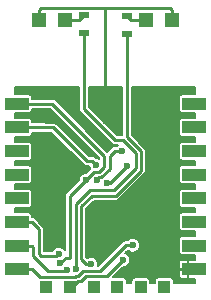
<source format=gbl>
%TF.GenerationSoftware,KiCad,Pcbnew,4.0.6*%
%TF.CreationDate,2017-07-19T01:35:51+03:00*%
%TF.ProjectId,esp12_atmega_addon,65737031325F61746D6567615F616464,rev?*%
%TF.FileFunction,Copper,L2,Bot,Signal*%
%FSLAX46Y46*%
G04 Gerber Fmt 4.6, Leading zero omitted, Abs format (unit mm)*
G04 Created by KiCad (PCBNEW 4.0.6) date 07/19/17 01:35:51*
%MOMM*%
%LPD*%
G01*
G04 APERTURE LIST*
%ADD10C,0.100000*%
%ADD11R,1.000000X1.000000*%
%ADD12R,1.200000X1.200000*%
%ADD13R,0.900000X0.500000*%
%ADD14C,0.600000*%
%ADD15C,0.250000*%
%ADD16C,0.200000*%
G04 APERTURE END LIST*
D10*
D11*
X-17498900Y-9503600D03*
X-17498900Y-11503600D03*
X-16498900Y-11503600D03*
X-17498900Y-13503600D03*
X-17498900Y-15503600D03*
X-17498900Y-17503600D03*
X-17498900Y-19503600D03*
X-17498900Y-21503600D03*
X-17498900Y-23503600D03*
X-16498900Y-13503600D03*
X-16498900Y-15503600D03*
X-16498900Y-17503600D03*
X-16498900Y-19503600D03*
X-16498900Y-21503600D03*
X-16498900Y-23503600D03*
X-16498900Y-9503600D03*
X-14498900Y-25003600D03*
X-12498900Y-25003600D03*
X-10498900Y-25003600D03*
X-8498900Y-25003600D03*
X-6498900Y-25003600D03*
X-4498900Y-25003600D03*
X-1498900Y-23503600D03*
X-1498900Y-21503600D03*
X-1498900Y-19503600D03*
X-1498900Y-17503600D03*
X-1498900Y-15503600D03*
X-1498900Y-13503600D03*
X-1498900Y-11503600D03*
X-1498900Y-9503600D03*
X-2498900Y-23503600D03*
X-2498900Y-21503600D03*
X-2498900Y-19503600D03*
X-2498900Y-17503600D03*
X-2498900Y-15503600D03*
X-2498900Y-13503600D03*
X-2498900Y-11503600D03*
X-2498900Y-9503600D03*
D12*
X-6100000Y-2400000D03*
X-3900000Y-2400000D03*
X-12900000Y-2400000D03*
X-15100000Y-2400000D03*
D13*
X-7700000Y-2050000D03*
X-7700000Y-3550000D03*
X-11300000Y-2000000D03*
X-11300000Y-3500000D03*
D14*
X-13453165Y-22206172D03*
X-12751167Y-23533780D03*
X-7200972Y-21493811D03*
X-4200000Y-8800000D03*
X-5600000Y-8800000D03*
X-7000000Y-8900000D03*
X-8400000Y-10000000D03*
X-10500000Y-12000000D03*
X-4000000Y-10500000D03*
X-5000000Y-10500000D03*
X-5000000Y-12500000D03*
X-4000000Y-12500000D03*
X-4000000Y-14500000D03*
X-5000000Y-14500000D03*
X-5000000Y-16500000D03*
X-4000000Y-16500000D03*
X-9445557Y-10945557D03*
X-12500000Y-14000000D03*
X-13500000Y-13000000D03*
X-15000000Y-12500000D03*
X-15000000Y-10500000D03*
X-13500000Y-11000000D03*
X-12500000Y-12000000D03*
X-11500000Y-13000000D03*
X-15400000Y-18600000D03*
X-9587500Y-20762500D03*
X-9587500Y-19037500D03*
X-13434308Y-14934308D03*
X-13808414Y-19137980D03*
X-7091238Y-19668735D03*
X-5800000Y-19950000D03*
X-13346140Y-22998982D03*
X-11145558Y-15929442D03*
X-10331795Y-14652089D03*
X-8000000Y-22700000D03*
X-7678152Y-14794268D03*
X-9400000Y-16200000D03*
X-8100000Y-13500000D03*
X-10244039Y-15947537D03*
X-10700000Y-23100000D03*
X-12000000Y-23500000D03*
D15*
X-14963590Y-22400000D02*
X-13646993Y-22400000D01*
X-13646993Y-22400000D02*
X-13453165Y-22206172D01*
X-14963590Y-22400000D02*
X-15149990Y-22213600D01*
X-15149990Y-22213600D02*
X-15149990Y-20102510D01*
X-15149990Y-20102510D02*
X-15748900Y-19503600D01*
X-15748900Y-19503600D02*
X-16498900Y-19503600D01*
X-12751167Y-23533780D02*
X-12841370Y-23623983D01*
X-12841370Y-23623983D02*
X-14376017Y-23623983D01*
X-14376017Y-23623983D02*
X-15600000Y-22400000D01*
X-15600000Y-22400000D02*
X-15600000Y-21652500D01*
X-15600000Y-21652500D02*
X-15748900Y-21503600D01*
X-15748900Y-21503600D02*
X-16498900Y-21503600D01*
X-15021401Y-24178599D02*
X-12115009Y-24178599D01*
X-12115009Y-24178599D02*
X-12006098Y-24069688D01*
X-12006098Y-24069688D02*
X-11786400Y-24069688D01*
X-15254691Y-23948909D02*
X-15251091Y-23948909D01*
X-15251091Y-23948909D02*
X-15021401Y-24178599D01*
X-17498900Y-23503600D02*
X-15700000Y-23503600D01*
X-15700000Y-23503600D02*
X-15254691Y-23948909D01*
X-7793811Y-21493811D02*
X-7200972Y-21493811D01*
X-11786400Y-24069688D02*
X-11366703Y-23649991D01*
X-9949990Y-23649990D02*
X-7793811Y-21493811D01*
X-11366703Y-23649991D02*
X-9949990Y-23649990D01*
X-7000000Y-8800000D02*
X-5600000Y-8800000D01*
X-9445557Y-10945557D02*
X-9345557Y-10945557D01*
X-9345557Y-10945557D02*
X-8400000Y-10000000D01*
X-5000000Y-10500000D02*
X-4000000Y-10500000D01*
X-5000000Y-12500000D02*
X-5000000Y-10500000D01*
X-4000000Y-14500000D02*
X-4000000Y-12500000D01*
X-5000000Y-16500000D02*
X-5000000Y-14500000D01*
X-2498900Y-23503600D02*
X-3248900Y-23503600D01*
X-3248900Y-23503600D02*
X-4000000Y-22752500D01*
X-4000000Y-22752500D02*
X-4000000Y-16500000D01*
X-9500000Y-1424999D02*
X-4025001Y-1424999D01*
X-14974999Y-1424999D02*
X-9500000Y-1424999D01*
X-9500000Y-1424999D02*
X-9500000Y-10891114D01*
X-9500000Y-10891114D02*
X-9445557Y-10945557D01*
X-15100000Y-2400000D02*
X-15100000Y-1550000D01*
X-15100000Y-1550000D02*
X-14974999Y-1424999D01*
X-4025001Y-1424999D02*
X-3900000Y-1550000D01*
X-3900000Y-1550000D02*
X-3900000Y-2400000D01*
X-15000000Y-12500000D02*
X-14000000Y-12500000D01*
X-14000000Y-12500000D02*
X-13500000Y-13000000D01*
X-13500000Y-11000000D02*
X-14500000Y-11000000D01*
X-14500000Y-11000000D02*
X-15000000Y-10500000D01*
X-11500000Y-13000000D02*
X-12500000Y-12000000D01*
X-13808414Y-19137980D02*
X-13808414Y-15308414D01*
X-13808414Y-15308414D02*
X-13434308Y-14934308D01*
X-16498900Y-9503600D02*
X-13996400Y-9503600D01*
X-13996400Y-9503600D02*
X-9600000Y-13900000D01*
X-9600000Y-13900000D02*
X-9600000Y-14845296D01*
X-9600000Y-14845296D02*
X-10031794Y-15277090D01*
X-10031794Y-15277090D02*
X-10493206Y-15277090D01*
X-10493206Y-15277090D02*
X-11145558Y-15929442D01*
X-12525003Y-22525003D02*
X-12872161Y-22525003D01*
X-12872161Y-22525003D02*
X-13346140Y-22998982D01*
X-12525003Y-22100000D02*
X-12525003Y-17308887D01*
X-12525003Y-17308887D02*
X-11145558Y-15929442D01*
X-12525003Y-22525003D02*
X-12551104Y-22525003D01*
X-11145558Y-15929442D02*
X-10845559Y-15629443D01*
X-12525003Y-22274981D02*
X-12525003Y-22100000D01*
X-12525003Y-22100000D02*
X-12525003Y-22525003D01*
X-10331795Y-14652089D02*
X-10631794Y-14352090D01*
X-10631794Y-14352090D02*
X-11047910Y-14352090D01*
X-11047910Y-14352090D02*
X-13896400Y-11503600D01*
X-13896400Y-11503600D02*
X-16498900Y-11503600D01*
X-8000000Y-22700000D02*
X-9400000Y-24100000D01*
X-9400000Y-24100000D02*
X-11180302Y-24100000D01*
X-11180302Y-24100000D02*
X-11600000Y-24519698D01*
X-11819698Y-24519698D02*
X-12303600Y-25003600D01*
X-11600000Y-24519698D02*
X-11819698Y-24519698D01*
X-12303600Y-25003600D02*
X-12498900Y-25003600D01*
X-8600000Y-15700000D02*
X-8358058Y-15458058D01*
X-9100000Y-16200000D02*
X-8600000Y-15700000D01*
X-8600000Y-15700000D02*
X-8583884Y-15700000D01*
X-8583884Y-15700000D02*
X-7678152Y-14794268D01*
X-9400000Y-16200000D02*
X-9100000Y-16200000D01*
X-8700000Y-13500000D02*
X-8100000Y-13500000D01*
X-10244039Y-15947537D02*
X-10023602Y-15727100D01*
X-10023602Y-15727100D02*
X-9845394Y-15727100D01*
X-9845394Y-15727100D02*
X-9149991Y-15031697D01*
X-9149991Y-15031697D02*
X-9149991Y-13949991D01*
X-9149991Y-13949991D02*
X-8700000Y-13500000D01*
X-6100000Y-2400000D02*
X-7350000Y-2400000D01*
X-7350000Y-2400000D02*
X-7700000Y-2050000D01*
X-12900000Y-2400000D02*
X-11700000Y-2400000D01*
X-11700000Y-2400000D02*
X-11300000Y-2000000D01*
X-10700000Y-23100000D02*
X-11124264Y-23100000D01*
X-7700000Y-12300000D02*
X-7700000Y-3800000D01*
X-11124264Y-23100000D02*
X-11549990Y-22674274D01*
X-11549990Y-22674274D02*
X-11549990Y-18186400D01*
X-11549990Y-18186400D02*
X-10638601Y-17275011D01*
X-10638601Y-17275011D02*
X-8613598Y-17275010D01*
X-8613598Y-17275010D02*
X-6500000Y-15161412D01*
X-6500000Y-13500000D02*
X-7700000Y-12300000D01*
X-6500000Y-15161412D02*
X-6500000Y-13500000D01*
X-7700000Y-3800000D02*
X-7700000Y-3550000D01*
X-8674998Y-12600000D02*
X-11300000Y-9974998D01*
X-6950010Y-14950010D02*
X-6950010Y-13686400D01*
X-6950010Y-13686400D02*
X-8036410Y-12600000D01*
X-8036410Y-12600000D02*
X-8674998Y-12600000D01*
X-7500000Y-15525002D02*
X-7500000Y-15500000D01*
X-7500000Y-15500000D02*
X-6950010Y-14950010D01*
X-12000000Y-23500000D02*
X-12000000Y-18000000D01*
X-12000000Y-18000000D02*
X-10825001Y-16825001D01*
X-8799999Y-16825001D02*
X-7500000Y-15525002D01*
X-10825001Y-16825001D02*
X-8799999Y-16825001D01*
X-11300000Y-9974998D02*
X-11300000Y-3500000D01*
D16*
G36*
X-1873900Y-8697723D02*
X-2998900Y-8697723D01*
X-3110073Y-8718642D01*
X-3212179Y-8784345D01*
X-3280678Y-8884597D01*
X-3304777Y-9003600D01*
X-3304777Y-10003600D01*
X-3283858Y-10114773D01*
X-3218155Y-10216879D01*
X-3117903Y-10285378D01*
X-2998900Y-10309477D01*
X-1873900Y-10309477D01*
X-1873900Y-10697723D01*
X-2998900Y-10697723D01*
X-3110073Y-10718642D01*
X-3212179Y-10784345D01*
X-3280678Y-10884597D01*
X-3304777Y-11003600D01*
X-3304777Y-12003600D01*
X-3283858Y-12114773D01*
X-3218155Y-12216879D01*
X-3117903Y-12285378D01*
X-2998900Y-12309477D01*
X-1873900Y-12309477D01*
X-1873900Y-12697723D01*
X-2998900Y-12697723D01*
X-3110073Y-12718642D01*
X-3212179Y-12784345D01*
X-3280678Y-12884597D01*
X-3304777Y-13003600D01*
X-3304777Y-14003600D01*
X-3283858Y-14114773D01*
X-3218155Y-14216879D01*
X-3117903Y-14285378D01*
X-2998900Y-14309477D01*
X-1873900Y-14309477D01*
X-1873900Y-14697723D01*
X-2998900Y-14697723D01*
X-3110073Y-14718642D01*
X-3212179Y-14784345D01*
X-3280678Y-14884597D01*
X-3304777Y-15003600D01*
X-3304777Y-16003600D01*
X-3283858Y-16114773D01*
X-3218155Y-16216879D01*
X-3117903Y-16285378D01*
X-2998900Y-16309477D01*
X-1873900Y-16309477D01*
X-1873900Y-16697723D01*
X-2998900Y-16697723D01*
X-3110073Y-16718642D01*
X-3212179Y-16784345D01*
X-3280678Y-16884597D01*
X-3304777Y-17003600D01*
X-3304777Y-18003600D01*
X-3283858Y-18114773D01*
X-3218155Y-18216879D01*
X-3117903Y-18285378D01*
X-2998900Y-18309477D01*
X-1873900Y-18309477D01*
X-1873900Y-18697723D01*
X-2998900Y-18697723D01*
X-3110073Y-18718642D01*
X-3212179Y-18784345D01*
X-3280678Y-18884597D01*
X-3304777Y-19003600D01*
X-3304777Y-20003600D01*
X-3283858Y-20114773D01*
X-3218155Y-20216879D01*
X-3117903Y-20285378D01*
X-2998900Y-20309477D01*
X-1873900Y-20309477D01*
X-1873900Y-20697723D01*
X-2998900Y-20697723D01*
X-3110073Y-20718642D01*
X-3212179Y-20784345D01*
X-3280678Y-20884597D01*
X-3304777Y-21003600D01*
X-3304777Y-22003600D01*
X-3283858Y-22114773D01*
X-3218155Y-22216879D01*
X-3117903Y-22285378D01*
X-2998900Y-22309477D01*
X-1873900Y-22309477D01*
X-1873900Y-22703600D01*
X-2398900Y-22703600D01*
X-2473900Y-22778600D01*
X-2473900Y-23478600D01*
X-2453900Y-23478600D01*
X-2453900Y-23528600D01*
X-2473900Y-23528600D01*
X-2473900Y-24228600D01*
X-2398900Y-24303600D01*
X-1873900Y-24303600D01*
X-1873900Y-24628600D01*
X-3693023Y-24628600D01*
X-3693023Y-24503600D01*
X-3713942Y-24392427D01*
X-3779645Y-24290321D01*
X-3879897Y-24221822D01*
X-3998900Y-24197723D01*
X-4998900Y-24197723D01*
X-5110073Y-24218642D01*
X-5212179Y-24284345D01*
X-5280678Y-24384597D01*
X-5304777Y-24503600D01*
X-5304777Y-24628600D01*
X-5693023Y-24628600D01*
X-5693023Y-24503600D01*
X-5713942Y-24392427D01*
X-5779645Y-24290321D01*
X-5879897Y-24221822D01*
X-5998900Y-24197723D01*
X-6998900Y-24197723D01*
X-7110073Y-24218642D01*
X-7212179Y-24284345D01*
X-7280678Y-24384597D01*
X-7304777Y-24503600D01*
X-7304777Y-24628600D01*
X-7693023Y-24628600D01*
X-7693023Y-24503600D01*
X-7713942Y-24392427D01*
X-7779645Y-24290321D01*
X-7879897Y-24221822D01*
X-7998900Y-24197723D01*
X-8896683Y-24197723D01*
X-8302560Y-23603600D01*
X-3298900Y-23603600D01*
X-3298900Y-24063273D01*
X-3253228Y-24173536D01*
X-3168837Y-24257928D01*
X-3058574Y-24303600D01*
X-2598900Y-24303600D01*
X-2523900Y-24228600D01*
X-2523900Y-23528600D01*
X-3223900Y-23528600D01*
X-3298900Y-23603600D01*
X-8302560Y-23603600D01*
X-7998961Y-23300001D01*
X-7881176Y-23300104D01*
X-7660571Y-23208952D01*
X-7491641Y-23040317D01*
X-7451617Y-22943927D01*
X-3298900Y-22943927D01*
X-3298900Y-23403600D01*
X-3223900Y-23478600D01*
X-2523900Y-23478600D01*
X-2523900Y-22778600D01*
X-2598900Y-22703600D01*
X-3058574Y-22703600D01*
X-3168837Y-22749272D01*
X-3253228Y-22833664D01*
X-3298900Y-22943927D01*
X-7451617Y-22943927D01*
X-7400104Y-22819871D01*
X-7399896Y-22581176D01*
X-7491048Y-22360571D01*
X-7659683Y-22191641D01*
X-7822848Y-22123889D01*
X-7621139Y-21922180D01*
X-7541289Y-22002170D01*
X-7320843Y-22093707D01*
X-7082148Y-22093915D01*
X-6861543Y-22002763D01*
X-6692613Y-21834128D01*
X-6601076Y-21613682D01*
X-6600868Y-21374987D01*
X-6692020Y-21154382D01*
X-6860655Y-20985452D01*
X-7081101Y-20893915D01*
X-7319796Y-20893707D01*
X-7540401Y-20984859D01*
X-7624500Y-21068811D01*
X-7793811Y-21068811D01*
X-7956452Y-21101162D01*
X-8094331Y-21193290D01*
X-10100086Y-23199046D01*
X-10099896Y-22981176D01*
X-10191048Y-22760571D01*
X-10359683Y-22591641D01*
X-10580129Y-22500104D01*
X-10818824Y-22499896D01*
X-11034296Y-22588927D01*
X-11124990Y-22498234D01*
X-11124990Y-18362440D01*
X-10462560Y-17700011D01*
X-8613598Y-17700010D01*
X-8477941Y-17673026D01*
X-8450957Y-17667659D01*
X-8313078Y-17575530D01*
X-6199480Y-15461932D01*
X-6107351Y-15324053D01*
X-6096658Y-15270296D01*
X-6075000Y-15161412D01*
X-6075000Y-13500000D01*
X-6107351Y-13337360D01*
X-6158106Y-13261400D01*
X-6199480Y-13199479D01*
X-7275000Y-12123960D01*
X-7275000Y-8100000D01*
X-1873900Y-8100000D01*
X-1873900Y-8697723D01*
X-1873900Y-8697723D01*
G37*
X-1873900Y-8697723D02*
X-2998900Y-8697723D01*
X-3110073Y-8718642D01*
X-3212179Y-8784345D01*
X-3280678Y-8884597D01*
X-3304777Y-9003600D01*
X-3304777Y-10003600D01*
X-3283858Y-10114773D01*
X-3218155Y-10216879D01*
X-3117903Y-10285378D01*
X-2998900Y-10309477D01*
X-1873900Y-10309477D01*
X-1873900Y-10697723D01*
X-2998900Y-10697723D01*
X-3110073Y-10718642D01*
X-3212179Y-10784345D01*
X-3280678Y-10884597D01*
X-3304777Y-11003600D01*
X-3304777Y-12003600D01*
X-3283858Y-12114773D01*
X-3218155Y-12216879D01*
X-3117903Y-12285378D01*
X-2998900Y-12309477D01*
X-1873900Y-12309477D01*
X-1873900Y-12697723D01*
X-2998900Y-12697723D01*
X-3110073Y-12718642D01*
X-3212179Y-12784345D01*
X-3280678Y-12884597D01*
X-3304777Y-13003600D01*
X-3304777Y-14003600D01*
X-3283858Y-14114773D01*
X-3218155Y-14216879D01*
X-3117903Y-14285378D01*
X-2998900Y-14309477D01*
X-1873900Y-14309477D01*
X-1873900Y-14697723D01*
X-2998900Y-14697723D01*
X-3110073Y-14718642D01*
X-3212179Y-14784345D01*
X-3280678Y-14884597D01*
X-3304777Y-15003600D01*
X-3304777Y-16003600D01*
X-3283858Y-16114773D01*
X-3218155Y-16216879D01*
X-3117903Y-16285378D01*
X-2998900Y-16309477D01*
X-1873900Y-16309477D01*
X-1873900Y-16697723D01*
X-2998900Y-16697723D01*
X-3110073Y-16718642D01*
X-3212179Y-16784345D01*
X-3280678Y-16884597D01*
X-3304777Y-17003600D01*
X-3304777Y-18003600D01*
X-3283858Y-18114773D01*
X-3218155Y-18216879D01*
X-3117903Y-18285378D01*
X-2998900Y-18309477D01*
X-1873900Y-18309477D01*
X-1873900Y-18697723D01*
X-2998900Y-18697723D01*
X-3110073Y-18718642D01*
X-3212179Y-18784345D01*
X-3280678Y-18884597D01*
X-3304777Y-19003600D01*
X-3304777Y-20003600D01*
X-3283858Y-20114773D01*
X-3218155Y-20216879D01*
X-3117903Y-20285378D01*
X-2998900Y-20309477D01*
X-1873900Y-20309477D01*
X-1873900Y-20697723D01*
X-2998900Y-20697723D01*
X-3110073Y-20718642D01*
X-3212179Y-20784345D01*
X-3280678Y-20884597D01*
X-3304777Y-21003600D01*
X-3304777Y-22003600D01*
X-3283858Y-22114773D01*
X-3218155Y-22216879D01*
X-3117903Y-22285378D01*
X-2998900Y-22309477D01*
X-1873900Y-22309477D01*
X-1873900Y-22703600D01*
X-2398900Y-22703600D01*
X-2473900Y-22778600D01*
X-2473900Y-23478600D01*
X-2453900Y-23478600D01*
X-2453900Y-23528600D01*
X-2473900Y-23528600D01*
X-2473900Y-24228600D01*
X-2398900Y-24303600D01*
X-1873900Y-24303600D01*
X-1873900Y-24628600D01*
X-3693023Y-24628600D01*
X-3693023Y-24503600D01*
X-3713942Y-24392427D01*
X-3779645Y-24290321D01*
X-3879897Y-24221822D01*
X-3998900Y-24197723D01*
X-4998900Y-24197723D01*
X-5110073Y-24218642D01*
X-5212179Y-24284345D01*
X-5280678Y-24384597D01*
X-5304777Y-24503600D01*
X-5304777Y-24628600D01*
X-5693023Y-24628600D01*
X-5693023Y-24503600D01*
X-5713942Y-24392427D01*
X-5779645Y-24290321D01*
X-5879897Y-24221822D01*
X-5998900Y-24197723D01*
X-6998900Y-24197723D01*
X-7110073Y-24218642D01*
X-7212179Y-24284345D01*
X-7280678Y-24384597D01*
X-7304777Y-24503600D01*
X-7304777Y-24628600D01*
X-7693023Y-24628600D01*
X-7693023Y-24503600D01*
X-7713942Y-24392427D01*
X-7779645Y-24290321D01*
X-7879897Y-24221822D01*
X-7998900Y-24197723D01*
X-8896683Y-24197723D01*
X-8302560Y-23603600D01*
X-3298900Y-23603600D01*
X-3298900Y-24063273D01*
X-3253228Y-24173536D01*
X-3168837Y-24257928D01*
X-3058574Y-24303600D01*
X-2598900Y-24303600D01*
X-2523900Y-24228600D01*
X-2523900Y-23528600D01*
X-3223900Y-23528600D01*
X-3298900Y-23603600D01*
X-8302560Y-23603600D01*
X-7998961Y-23300001D01*
X-7881176Y-23300104D01*
X-7660571Y-23208952D01*
X-7491641Y-23040317D01*
X-7451617Y-22943927D01*
X-3298900Y-22943927D01*
X-3298900Y-23403600D01*
X-3223900Y-23478600D01*
X-2523900Y-23478600D01*
X-2523900Y-22778600D01*
X-2598900Y-22703600D01*
X-3058574Y-22703600D01*
X-3168837Y-22749272D01*
X-3253228Y-22833664D01*
X-3298900Y-22943927D01*
X-7451617Y-22943927D01*
X-7400104Y-22819871D01*
X-7399896Y-22581176D01*
X-7491048Y-22360571D01*
X-7659683Y-22191641D01*
X-7822848Y-22123889D01*
X-7621139Y-21922180D01*
X-7541289Y-22002170D01*
X-7320843Y-22093707D01*
X-7082148Y-22093915D01*
X-6861543Y-22002763D01*
X-6692613Y-21834128D01*
X-6601076Y-21613682D01*
X-6600868Y-21374987D01*
X-6692020Y-21154382D01*
X-6860655Y-20985452D01*
X-7081101Y-20893915D01*
X-7319796Y-20893707D01*
X-7540401Y-20984859D01*
X-7624500Y-21068811D01*
X-7793811Y-21068811D01*
X-7956452Y-21101162D01*
X-8094331Y-21193290D01*
X-10100086Y-23199046D01*
X-10099896Y-22981176D01*
X-10191048Y-22760571D01*
X-10359683Y-22591641D01*
X-10580129Y-22500104D01*
X-10818824Y-22499896D01*
X-11034296Y-22588927D01*
X-11124990Y-22498234D01*
X-11124990Y-18362440D01*
X-10462560Y-17700011D01*
X-8613598Y-17700010D01*
X-8477941Y-17673026D01*
X-8450957Y-17667659D01*
X-8313078Y-17575530D01*
X-6199480Y-15461932D01*
X-6107351Y-15324053D01*
X-6096658Y-15270296D01*
X-6075000Y-15161412D01*
X-6075000Y-13500000D01*
X-6107351Y-13337360D01*
X-6158106Y-13261400D01*
X-6199480Y-13199479D01*
X-7275000Y-12123960D01*
X-7275000Y-8100000D01*
X-1873900Y-8100000D01*
X-1873900Y-8697723D01*
G36*
X-11348431Y-14652610D02*
X-11315824Y-14674397D01*
X-11210550Y-14744739D01*
X-11047910Y-14777090D01*
X-10929347Y-14777090D01*
X-10840747Y-14991518D01*
X-10824725Y-15007569D01*
X-11146076Y-15328920D01*
X-11146079Y-15328922D01*
X-11146598Y-15329441D01*
X-11264382Y-15329338D01*
X-11484987Y-15420490D01*
X-11653917Y-15589125D01*
X-11745454Y-15809571D01*
X-11745558Y-15928401D01*
X-12825523Y-17008367D01*
X-12917652Y-17146246D01*
X-12917652Y-17146247D01*
X-12950003Y-17308887D01*
X-12950003Y-21860943D01*
X-13112848Y-21697813D01*
X-13333294Y-21606276D01*
X-13571989Y-21606068D01*
X-13792594Y-21697220D01*
X-13961524Y-21865855D01*
X-14006845Y-21975000D01*
X-14724990Y-21975000D01*
X-14724990Y-20102510D01*
X-14757341Y-19939870D01*
X-14757341Y-19939869D01*
X-14849469Y-19801990D01*
X-15448380Y-19203080D01*
X-15586259Y-19110951D01*
X-15613243Y-19105584D01*
X-15693023Y-19089715D01*
X-15693023Y-19003600D01*
X-15713942Y-18892427D01*
X-15779645Y-18790321D01*
X-15879897Y-18721822D01*
X-15998900Y-18697723D01*
X-17123900Y-18697723D01*
X-17123900Y-18309477D01*
X-15998900Y-18309477D01*
X-15887727Y-18288558D01*
X-15785621Y-18222855D01*
X-15717122Y-18122603D01*
X-15693023Y-18003600D01*
X-15693023Y-17003600D01*
X-15713942Y-16892427D01*
X-15779645Y-16790321D01*
X-15879897Y-16721822D01*
X-15998900Y-16697723D01*
X-17123900Y-16697723D01*
X-17123900Y-16309477D01*
X-15998900Y-16309477D01*
X-15887727Y-16288558D01*
X-15785621Y-16222855D01*
X-15717122Y-16122603D01*
X-15693023Y-16003600D01*
X-15693023Y-15003600D01*
X-15713942Y-14892427D01*
X-15779645Y-14790321D01*
X-15879897Y-14721822D01*
X-15998900Y-14697723D01*
X-17123900Y-14697723D01*
X-17123900Y-14309477D01*
X-15998900Y-14309477D01*
X-15887727Y-14288558D01*
X-15785621Y-14222855D01*
X-15717122Y-14122603D01*
X-15693023Y-14003600D01*
X-15693023Y-13003600D01*
X-15713942Y-12892427D01*
X-15779645Y-12790321D01*
X-15879897Y-12721822D01*
X-15998900Y-12697723D01*
X-17123900Y-12697723D01*
X-17123900Y-12309477D01*
X-15998900Y-12309477D01*
X-15887727Y-12288558D01*
X-15785621Y-12222855D01*
X-15717122Y-12122603D01*
X-15693023Y-12003600D01*
X-15693023Y-11928600D01*
X-14072440Y-11928600D01*
X-11348431Y-14652610D01*
X-11348431Y-14652610D01*
G37*
X-11348431Y-14652610D02*
X-11315824Y-14674397D01*
X-11210550Y-14744739D01*
X-11047910Y-14777090D01*
X-10929347Y-14777090D01*
X-10840747Y-14991518D01*
X-10824725Y-15007569D01*
X-11146076Y-15328920D01*
X-11146079Y-15328922D01*
X-11146598Y-15329441D01*
X-11264382Y-15329338D01*
X-11484987Y-15420490D01*
X-11653917Y-15589125D01*
X-11745454Y-15809571D01*
X-11745558Y-15928401D01*
X-12825523Y-17008367D01*
X-12917652Y-17146246D01*
X-12917652Y-17146247D01*
X-12950003Y-17308887D01*
X-12950003Y-21860943D01*
X-13112848Y-21697813D01*
X-13333294Y-21606276D01*
X-13571989Y-21606068D01*
X-13792594Y-21697220D01*
X-13961524Y-21865855D01*
X-14006845Y-21975000D01*
X-14724990Y-21975000D01*
X-14724990Y-20102510D01*
X-14757341Y-19939870D01*
X-14757341Y-19939869D01*
X-14849469Y-19801990D01*
X-15448380Y-19203080D01*
X-15586259Y-19110951D01*
X-15613243Y-19105584D01*
X-15693023Y-19089715D01*
X-15693023Y-19003600D01*
X-15713942Y-18892427D01*
X-15779645Y-18790321D01*
X-15879897Y-18721822D01*
X-15998900Y-18697723D01*
X-17123900Y-18697723D01*
X-17123900Y-18309477D01*
X-15998900Y-18309477D01*
X-15887727Y-18288558D01*
X-15785621Y-18222855D01*
X-15717122Y-18122603D01*
X-15693023Y-18003600D01*
X-15693023Y-17003600D01*
X-15713942Y-16892427D01*
X-15779645Y-16790321D01*
X-15879897Y-16721822D01*
X-15998900Y-16697723D01*
X-17123900Y-16697723D01*
X-17123900Y-16309477D01*
X-15998900Y-16309477D01*
X-15887727Y-16288558D01*
X-15785621Y-16222855D01*
X-15717122Y-16122603D01*
X-15693023Y-16003600D01*
X-15693023Y-15003600D01*
X-15713942Y-14892427D01*
X-15779645Y-14790321D01*
X-15879897Y-14721822D01*
X-15998900Y-14697723D01*
X-17123900Y-14697723D01*
X-17123900Y-14309477D01*
X-15998900Y-14309477D01*
X-15887727Y-14288558D01*
X-15785621Y-14222855D01*
X-15717122Y-14122603D01*
X-15693023Y-14003600D01*
X-15693023Y-13003600D01*
X-15713942Y-12892427D01*
X-15779645Y-12790321D01*
X-15879897Y-12721822D01*
X-15998900Y-12697723D01*
X-17123900Y-12697723D01*
X-17123900Y-12309477D01*
X-15998900Y-12309477D01*
X-15887727Y-12288558D01*
X-15785621Y-12222855D01*
X-15717122Y-12122603D01*
X-15693023Y-12003600D01*
X-15693023Y-11928600D01*
X-14072440Y-11928600D01*
X-11348431Y-14652610D01*
G36*
X-10025000Y-14076041D02*
X-10025000Y-14129810D01*
X-10211924Y-14052193D01*
X-10330755Y-14052089D01*
X-10331274Y-14051570D01*
X-10469153Y-13959441D01*
X-10516663Y-13949991D01*
X-10631794Y-13927090D01*
X-10871869Y-13927090D01*
X-13595880Y-11203080D01*
X-13733759Y-11110951D01*
X-13760743Y-11105584D01*
X-13896400Y-11078600D01*
X-15693023Y-11078600D01*
X-15693023Y-11003600D01*
X-15713942Y-10892427D01*
X-15779645Y-10790321D01*
X-15879897Y-10721822D01*
X-15998900Y-10697723D01*
X-17123900Y-10697723D01*
X-17123900Y-10309477D01*
X-15998900Y-10309477D01*
X-15887727Y-10288558D01*
X-15785621Y-10222855D01*
X-15717122Y-10122603D01*
X-15693023Y-10003600D01*
X-15693023Y-9928600D01*
X-14172440Y-9928600D01*
X-10025000Y-14076041D01*
X-10025000Y-14076041D01*
G37*
X-10025000Y-14076041D02*
X-10025000Y-14129810D01*
X-10211924Y-14052193D01*
X-10330755Y-14052089D01*
X-10331274Y-14051570D01*
X-10469153Y-13959441D01*
X-10516663Y-13949991D01*
X-10631794Y-13927090D01*
X-10871869Y-13927090D01*
X-13595880Y-11203080D01*
X-13733759Y-11110951D01*
X-13760743Y-11105584D01*
X-13896400Y-11078600D01*
X-15693023Y-11078600D01*
X-15693023Y-11003600D01*
X-15713942Y-10892427D01*
X-15779645Y-10790321D01*
X-15879897Y-10721822D01*
X-15998900Y-10697723D01*
X-17123900Y-10697723D01*
X-17123900Y-10309477D01*
X-15998900Y-10309477D01*
X-15887727Y-10288558D01*
X-15785621Y-10222855D01*
X-15717122Y-10122603D01*
X-15693023Y-10003600D01*
X-15693023Y-9928600D01*
X-14172440Y-9928600D01*
X-10025000Y-14076041D01*
G36*
X-11725000Y-9974998D02*
X-11698016Y-10110655D01*
X-11692649Y-10137639D01*
X-11600520Y-10275518D01*
X-8975519Y-12900520D01*
X-8883390Y-12962078D01*
X-8837638Y-12992649D01*
X-8674998Y-13025000D01*
X-8473440Y-13025000D01*
X-8523528Y-13075000D01*
X-8700000Y-13075000D01*
X-8862640Y-13107351D01*
X-8862642Y-13107352D01*
X-8862641Y-13107352D01*
X-9000521Y-13199480D01*
X-9350000Y-13548959D01*
X-13695880Y-9203080D01*
X-13833759Y-9110951D01*
X-13860743Y-9105584D01*
X-13996400Y-9078600D01*
X-15693023Y-9078600D01*
X-15693023Y-9003600D01*
X-15713942Y-8892427D01*
X-15779645Y-8790321D01*
X-15879897Y-8721822D01*
X-15998900Y-8697723D01*
X-17123900Y-8697723D01*
X-17123900Y-8100000D01*
X-11725000Y-8100000D01*
X-11725000Y-9974998D01*
X-11725000Y-9974998D01*
G37*
X-11725000Y-9974998D02*
X-11698016Y-10110655D01*
X-11692649Y-10137639D01*
X-11600520Y-10275518D01*
X-8975519Y-12900520D01*
X-8883390Y-12962078D01*
X-8837638Y-12992649D01*
X-8674998Y-13025000D01*
X-8473440Y-13025000D01*
X-8523528Y-13075000D01*
X-8700000Y-13075000D01*
X-8862640Y-13107351D01*
X-8862642Y-13107352D01*
X-8862641Y-13107352D01*
X-9000521Y-13199480D01*
X-9350000Y-13548959D01*
X-13695880Y-9203080D01*
X-13833759Y-9110951D01*
X-13860743Y-9105584D01*
X-13996400Y-9078600D01*
X-15693023Y-9078600D01*
X-15693023Y-9003600D01*
X-15713942Y-8892427D01*
X-15779645Y-8790321D01*
X-15879897Y-8721822D01*
X-15998900Y-8697723D01*
X-17123900Y-8697723D01*
X-17123900Y-8100000D01*
X-11725000Y-8100000D01*
X-11725000Y-9974998D01*
G36*
X-8125000Y-12175000D02*
X-8498957Y-12175000D01*
X-10875000Y-9798958D01*
X-10875000Y-8100000D01*
X-8125000Y-8100000D01*
X-8125000Y-12175000D01*
X-8125000Y-12175000D01*
G37*
X-8125000Y-12175000D02*
X-8498957Y-12175000D01*
X-10875000Y-9798958D01*
X-10875000Y-8100000D01*
X-8125000Y-8100000D01*
X-8125000Y-12175000D01*
M02*

</source>
